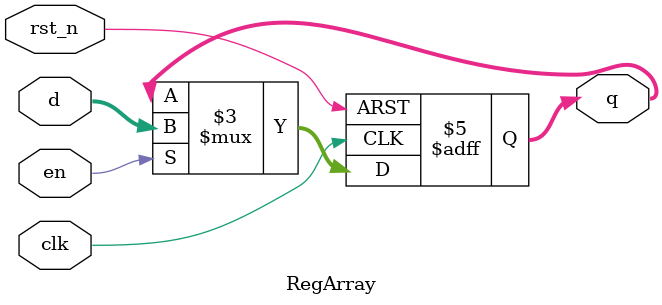
<source format=sv>
module SyncLatch #(parameter WIDTH=8) (
    input clk, rst_n, en,
    input [WIDTH-1:0] d,
    output [WIDTH-1:0] q
);

    // 实例化寄存器子模块
    RegArray #(.WIDTH(WIDTH)) reg_inst (
        .clk(clk),
        .rst_n(rst_n),
        .en(en),
        .d(d),
        .q(q)
    );

endmodule

// 寄存器阵列子模块
module RegArray #(parameter WIDTH=8) (
    input clk, rst_n, en,
    input [WIDTH-1:0] d,
    output reg [WIDTH-1:0] q
);

    always @(posedge clk or negedge rst_n) begin
        if (!rst_n) begin
            q <= {WIDTH{1'b0}};
        end else if (en) begin
            q <= d;
        end
    end

endmodule
</source>
